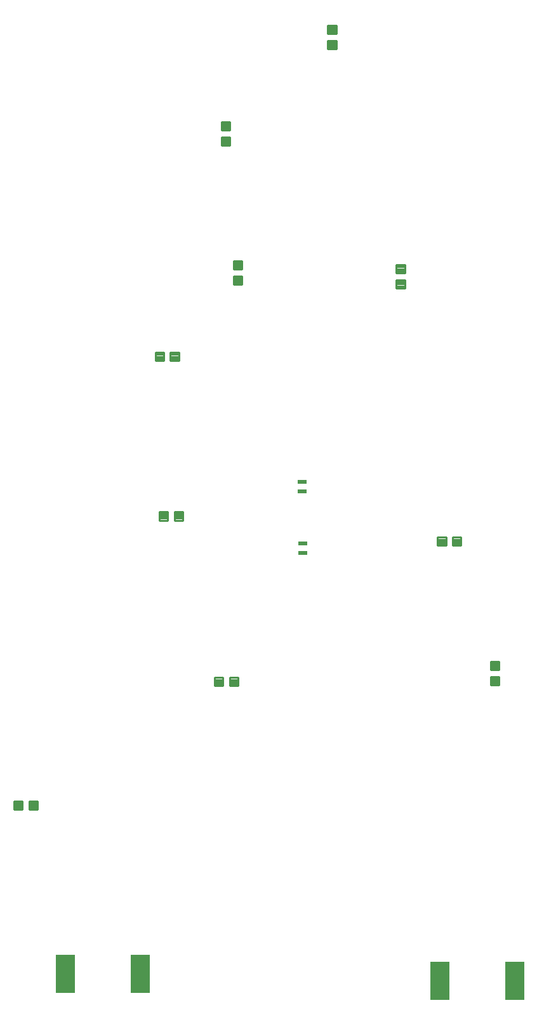
<source format=gbr>
G04 EAGLE Gerber RS-274X export*
G75*
%MOMM*%
%FSLAX34Y34*%
%LPD*%
%INSolderpaste Bottom*%
%IPPOS*%
%AMOC8*
5,1,8,0,0,1.08239X$1,22.5*%
G01*
%ADD10R,2.540000X5.080000*%
%ADD11R,1.270000X0.500000*%
%ADD12C,0.280000*%


D10*
X624530Y36210D03*
X724530Y36210D03*
X224530Y45410D03*
X124530Y45410D03*
D11*
X440460Y688330D03*
X440460Y701030D03*
X441950Y606670D03*
X441950Y619370D03*
D12*
X335100Y429600D02*
X323900Y429600D01*
X323900Y440800D01*
X335100Y440800D01*
X335100Y429600D01*
X335100Y432260D02*
X323900Y432260D01*
X323900Y434920D02*
X335100Y434920D01*
X335100Y437580D02*
X323900Y437580D01*
X323900Y440240D02*
X335100Y440240D01*
X344090Y429600D02*
X355290Y429600D01*
X344090Y429600D02*
X344090Y440800D01*
X355290Y440800D01*
X355290Y429600D01*
X355290Y432260D02*
X344090Y432260D01*
X344090Y434920D02*
X355290Y434920D01*
X355290Y437580D02*
X344090Y437580D01*
X344090Y440240D02*
X355290Y440240D01*
X256000Y863200D02*
X244800Y863200D01*
X244800Y874400D01*
X256000Y874400D01*
X256000Y863200D01*
X256000Y865860D02*
X244800Y865860D01*
X244800Y868520D02*
X256000Y868520D01*
X256000Y871180D02*
X244800Y871180D01*
X244800Y873840D02*
X256000Y873840D01*
X264990Y863200D02*
X276190Y863200D01*
X264990Y863200D02*
X264990Y874400D01*
X276190Y874400D01*
X276190Y863200D01*
X276190Y865860D02*
X264990Y865860D01*
X264990Y868520D02*
X276190Y868520D01*
X276190Y871180D02*
X264990Y871180D01*
X264990Y873840D02*
X276190Y873840D01*
X261300Y650000D02*
X250100Y650000D01*
X250100Y661200D01*
X261300Y661200D01*
X261300Y650000D01*
X261300Y652660D02*
X250100Y652660D01*
X250100Y655320D02*
X261300Y655320D01*
X261300Y657980D02*
X250100Y657980D01*
X250100Y660640D02*
X261300Y660640D01*
X270290Y650000D02*
X281490Y650000D01*
X270290Y650000D02*
X270290Y661200D01*
X281490Y661200D01*
X281490Y650000D01*
X281490Y652660D02*
X270290Y652660D01*
X270290Y655320D02*
X281490Y655320D01*
X281490Y657980D02*
X270290Y657980D01*
X270290Y660640D02*
X281490Y660640D01*
X349300Y984600D02*
X349300Y995800D01*
X360500Y995800D01*
X360500Y984600D01*
X349300Y984600D01*
X349300Y987260D02*
X360500Y987260D01*
X360500Y989920D02*
X349300Y989920D01*
X349300Y992580D02*
X360500Y992580D01*
X360500Y995240D02*
X349300Y995240D01*
X349300Y975610D02*
X349300Y964410D01*
X349300Y975610D02*
X360500Y975610D01*
X360500Y964410D01*
X349300Y964410D01*
X349300Y967070D02*
X360500Y967070D01*
X360500Y969730D02*
X349300Y969730D01*
X349300Y972390D02*
X360500Y972390D01*
X360500Y975050D02*
X349300Y975050D01*
X641600Y627900D02*
X652800Y627900D01*
X652800Y616700D01*
X641600Y616700D01*
X641600Y627900D01*
X641600Y619360D02*
X652800Y619360D01*
X652800Y622020D02*
X641600Y622020D01*
X641600Y624680D02*
X652800Y624680D01*
X652800Y627340D02*
X641600Y627340D01*
X632610Y627900D02*
X621410Y627900D01*
X632610Y627900D02*
X632610Y616700D01*
X621410Y616700D01*
X621410Y627900D01*
X621410Y619360D02*
X632610Y619360D01*
X632610Y622020D02*
X621410Y622020D01*
X621410Y624680D02*
X632610Y624680D01*
X632610Y627340D02*
X621410Y627340D01*
X486200Y1278600D02*
X486200Y1289800D01*
X486200Y1278600D02*
X475000Y1278600D01*
X475000Y1289800D01*
X486200Y1289800D01*
X486200Y1281260D02*
X475000Y1281260D01*
X475000Y1283920D02*
X486200Y1283920D01*
X486200Y1286580D02*
X475000Y1286580D01*
X475000Y1289240D02*
X486200Y1289240D01*
X486200Y1298790D02*
X486200Y1309990D01*
X486200Y1298790D02*
X475000Y1298790D01*
X475000Y1309990D01*
X486200Y1309990D01*
X486200Y1301450D02*
X475000Y1301450D01*
X475000Y1304110D02*
X486200Y1304110D01*
X486200Y1306770D02*
X475000Y1306770D01*
X475000Y1309430D02*
X486200Y1309430D01*
X333100Y1181400D02*
X333100Y1170200D01*
X333100Y1181400D02*
X344300Y1181400D01*
X344300Y1170200D01*
X333100Y1170200D01*
X333100Y1172860D02*
X344300Y1172860D01*
X344300Y1175520D02*
X333100Y1175520D01*
X333100Y1178180D02*
X344300Y1178180D01*
X344300Y1180840D02*
X333100Y1180840D01*
X333100Y1161210D02*
X333100Y1150010D01*
X333100Y1161210D02*
X344300Y1161210D01*
X344300Y1150010D01*
X333100Y1150010D01*
X333100Y1152670D02*
X344300Y1152670D01*
X344300Y1155330D02*
X333100Y1155330D01*
X333100Y1157990D02*
X344300Y1157990D01*
X344300Y1160650D02*
X333100Y1160650D01*
X703000Y441500D02*
X703000Y430300D01*
X691800Y430300D01*
X691800Y441500D01*
X703000Y441500D01*
X703000Y432960D02*
X691800Y432960D01*
X691800Y435620D02*
X703000Y435620D01*
X703000Y438280D02*
X691800Y438280D01*
X691800Y440940D02*
X703000Y440940D01*
X703000Y450490D02*
X703000Y461690D01*
X703000Y450490D02*
X691800Y450490D01*
X691800Y461690D01*
X703000Y461690D01*
X703000Y453150D02*
X691800Y453150D01*
X691800Y455810D02*
X703000Y455810D01*
X703000Y458470D02*
X691800Y458470D01*
X691800Y461130D02*
X703000Y461130D01*
X67400Y264200D02*
X56200Y264200D01*
X56200Y275400D01*
X67400Y275400D01*
X67400Y264200D01*
X67400Y266860D02*
X56200Y266860D01*
X56200Y269520D02*
X67400Y269520D01*
X67400Y272180D02*
X56200Y272180D01*
X56200Y274840D02*
X67400Y274840D01*
X76390Y264200D02*
X87590Y264200D01*
X76390Y264200D02*
X76390Y275400D01*
X87590Y275400D01*
X87590Y264200D01*
X87590Y266860D02*
X76390Y266860D01*
X76390Y269520D02*
X87590Y269520D01*
X87590Y272180D02*
X76390Y272180D01*
X76390Y274840D02*
X87590Y274840D01*
X577500Y959800D02*
X577500Y971000D01*
X577500Y959800D02*
X566300Y959800D01*
X566300Y971000D01*
X577500Y971000D01*
X577500Y962460D02*
X566300Y962460D01*
X566300Y965120D02*
X577500Y965120D01*
X577500Y967780D02*
X566300Y967780D01*
X566300Y970440D02*
X577500Y970440D01*
X577500Y979990D02*
X577500Y991190D01*
X577500Y979990D02*
X566300Y979990D01*
X566300Y991190D01*
X577500Y991190D01*
X577500Y982650D02*
X566300Y982650D01*
X566300Y985310D02*
X577500Y985310D01*
X577500Y987970D02*
X566300Y987970D01*
X566300Y990630D02*
X577500Y990630D01*
M02*

</source>
